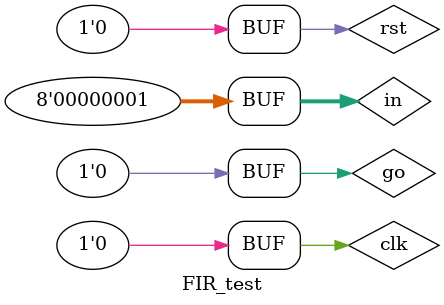
<source format=v>
`timescale 1ns / 1ps


module FIR_test;

	// Inputs
	reg [7:0] in;
	reg go;
	reg rst;
	reg clk;

	// Outputs
	wire [15:0] y;

	// Instantiate the Unit Under Test (UUT)
	FIR uut (
		.in(in), 
		.go(go), 
		.rst(rst), 
		.clk(clk), 
		.y(y)
	);

	initial begin
		// Initialize Inputs
		in = 0;
		go = 0;
		rst = 0;
		clk = 0;

		// Wait 100 ns for global reset to finish
		#100;
      #110 rst = 1;
		#120 rst = 0;
		#150 in = 1'b1;
		#170 go = 1;
		#180 go = 0;
		#190 go = 1;
		#200 go = 0;
		
		// Add stimulus here

	end
      
endmodule


</source>
